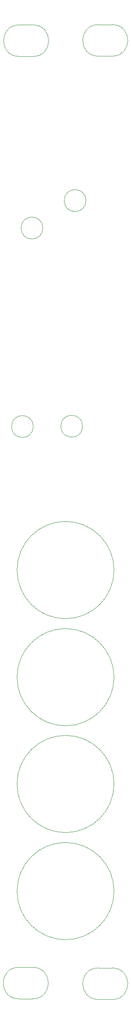
<source format=gbr>
%TF.GenerationSoftware,KiCad,Pcbnew,(5.1.9)-1*%
%TF.CreationDate,2021-09-21T19:29:37+01:00*%
%TF.ProjectId,Noise Faceplate,4e6f6973-6520-4466-9163-65706c617465,rev?*%
%TF.SameCoordinates,Original*%
%TF.FileFunction,Other,User*%
%FSLAX46Y46*%
G04 Gerber Fmt 4.6, Leading zero omitted, Abs format (unit mm)*
G04 Created by KiCad (PCBNEW (5.1.9)-1) date 2021-09-21 19:29:37*
%MOMM*%
%LPD*%
G01*
G04 APERTURE LIST*
%ADD10C,0.050000*%
G04 APERTURE END LIST*
D10*
%TO.C,H1*%
X43909000Y-115760500D02*
G75*
G03*
X43909000Y-115760500I-10000000J0D01*
G01*
%TO.C,H2*%
X37429000Y-86169500D02*
G75*
G03*
X37429000Y-86169500I-2250000J0D01*
G01*
%TO.C,H3*%
X24384000Y-3608000D02*
X27184000Y-3608000D01*
X24384000Y-10108000D02*
X27184000Y-10108000D01*
X27184000Y-3608000D02*
G75*
G02*
X27184000Y-10108000I0J-3250000D01*
G01*
X24384000Y-3608000D02*
G75*
G03*
X24384000Y-10108000I0J-3250000D01*
G01*
%TO.C,H4*%
X43909000Y-137795000D02*
G75*
G03*
X43909000Y-137795000I-10000000J0D01*
G01*
%TO.C,H5*%
X27269000Y-86233000D02*
G75*
G03*
X27269000Y-86233000I-2250000J0D01*
G01*
%TO.C,H6*%
X40703500Y-3544500D02*
G75*
G03*
X40703500Y-10044500I0J-3250000D01*
G01*
X43503500Y-3544500D02*
G75*
G02*
X43503500Y-10044500I0J-3250000D01*
G01*
X40703500Y-10044500D02*
X43503500Y-10044500D01*
X40703500Y-3544500D02*
X43503500Y-3544500D01*
%TO.C,H7*%
X43909000Y-181800500D02*
G75*
G03*
X43909000Y-181800500I-10000000J0D01*
G01*
%TO.C,H8*%
X29237500Y-45402500D02*
G75*
G03*
X29237500Y-45402500I-2250000J0D01*
G01*
%TO.C,H9*%
X40703500Y-197600500D02*
X43503500Y-197600500D01*
X40703500Y-204100500D02*
X43503500Y-204100500D01*
X43503500Y-197600500D02*
G75*
G02*
X43503500Y-204100500I0J-3250000D01*
G01*
X40703500Y-197600500D02*
G75*
G03*
X40703500Y-204100500I0J-3250000D01*
G01*
%TO.C,H10*%
X43909000Y-159766000D02*
G75*
G03*
X43909000Y-159766000I-10000000J0D01*
G01*
%TO.C,H11*%
X38127500Y-39751000D02*
G75*
G03*
X38127500Y-39751000I-2250000J0D01*
G01*
%TO.C,H12*%
X24317500Y-197473500D02*
G75*
G03*
X24317500Y-203973500I0J-3250000D01*
G01*
X27117500Y-197473500D02*
G75*
G02*
X27117500Y-203973500I0J-3250000D01*
G01*
X24317500Y-203973500D02*
X27117500Y-203973500D01*
X24317500Y-197473500D02*
X27117500Y-197473500D01*
%TD*%
M02*

</source>
